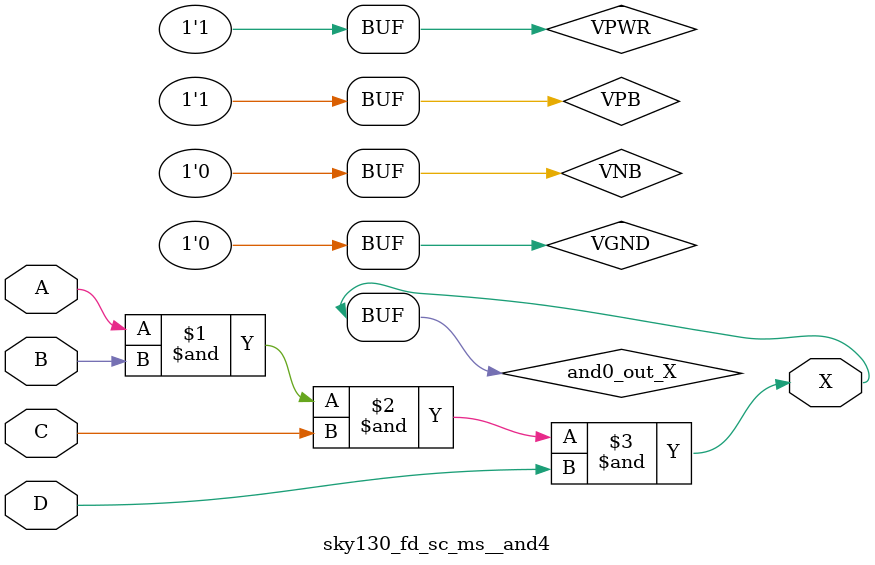
<source format=v>
/*
 * Copyright 2020 The SkyWater PDK Authors
 *
 * Licensed under the Apache License, Version 2.0 (the "License");
 * you may not use this file except in compliance with the License.
 * You may obtain a copy of the License at
 *
 *     https://www.apache.org/licenses/LICENSE-2.0
 *
 * Unless required by applicable law or agreed to in writing, software
 * distributed under the License is distributed on an "AS IS" BASIS,
 * WITHOUT WARRANTIES OR CONDITIONS OF ANY KIND, either express or implied.
 * See the License for the specific language governing permissions and
 * limitations under the License.
 *
 * SPDX-License-Identifier: Apache-2.0
*/


`ifndef SKY130_FD_SC_MS__AND4_BEHAVIORAL_V
`define SKY130_FD_SC_MS__AND4_BEHAVIORAL_V

/**
 * and4: 4-input AND.
 *
 * Verilog simulation functional model.
 */

`timescale 1ns / 1ps
`default_nettype none

`celldefine
module sky130_fd_sc_ms__and4 (
    X,
    A,
    B,
    C,
    D
);

    // Module ports
    output X;
    input  A;
    input  B;
    input  C;
    input  D;

    // Module supplies
    supply1 VPWR;
    supply0 VGND;
    supply1 VPB ;
    supply0 VNB ;

    // Local signals
    wire and0_out_X;

    //  Name  Output      Other arguments
    and and0 (and0_out_X, A, B, C, D     );
    buf buf0 (X         , and0_out_X     );

endmodule
`endcelldefine

`default_nettype wire
`endif  // SKY130_FD_SC_MS__AND4_BEHAVIORAL_V
</source>
